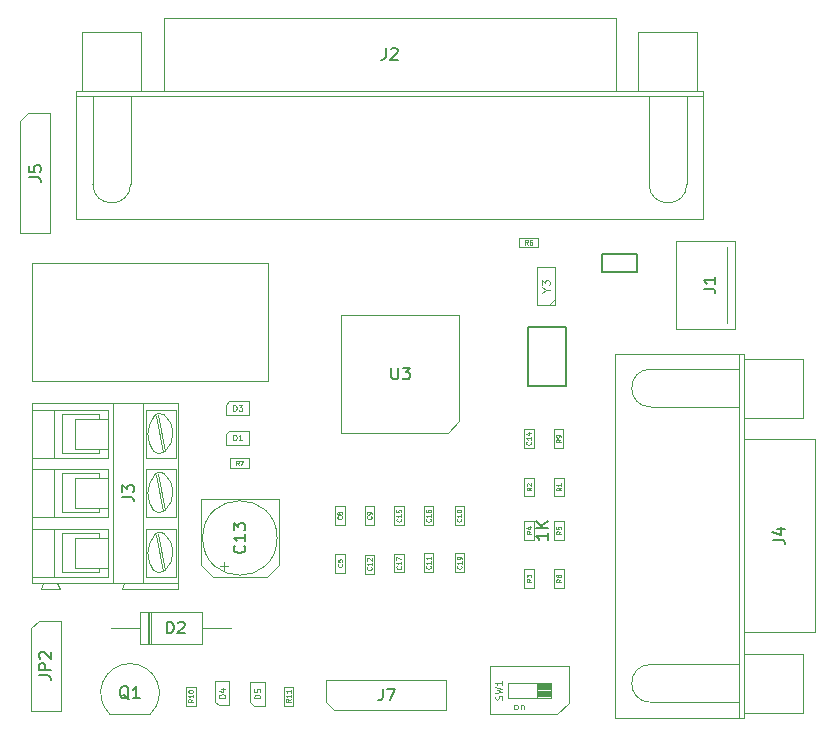
<source format=gbr>
%TF.GenerationSoftware,KiCad,Pcbnew,7.0.1*%
%TF.CreationDate,2023-06-01T09:44:18-03:00*%
%TF.ProjectId,BitBangARM,42697442-616e-4674-9152-4d2e6b696361,rev?*%
%TF.SameCoordinates,Original*%
%TF.FileFunction,AssemblyDrawing,Top*%
%FSLAX46Y46*%
G04 Gerber Fmt 4.6, Leading zero omitted, Abs format (unit mm)*
G04 Created by KiCad (PCBNEW 7.0.1) date 2023-06-01 09:44:18*
%MOMM*%
%LPD*%
G01*
G04 APERTURE LIST*
%ADD10C,0.150000*%
%ADD11C,0.060000*%
%ADD12C,0.080000*%
%ADD13C,0.090000*%
%ADD14C,0.105000*%
%ADD15C,0.100000*%
%ADD16C,0.127000*%
G04 APERTURE END LIST*
D10*
%TO.C,J7*%
X151343166Y-126126719D02*
X151343166Y-126841004D01*
X151343166Y-126841004D02*
X151295547Y-126983861D01*
X151295547Y-126983861D02*
X151200309Y-127079100D01*
X151200309Y-127079100D02*
X151057452Y-127126719D01*
X151057452Y-127126719D02*
X150962214Y-127126719D01*
X151724119Y-126126719D02*
X152390785Y-126126719D01*
X152390785Y-126126719D02*
X151962214Y-127126719D01*
D11*
%TO.C,R11*%
X143571547Y-127021242D02*
X143381071Y-127154575D01*
X143571547Y-127249813D02*
X143171547Y-127249813D01*
X143171547Y-127249813D02*
X143171547Y-127097432D01*
X143171547Y-127097432D02*
X143190595Y-127059337D01*
X143190595Y-127059337D02*
X143209642Y-127040290D01*
X143209642Y-127040290D02*
X143247738Y-127021242D01*
X143247738Y-127021242D02*
X143304880Y-127021242D01*
X143304880Y-127021242D02*
X143342976Y-127040290D01*
X143342976Y-127040290D02*
X143362023Y-127059337D01*
X143362023Y-127059337D02*
X143381071Y-127097432D01*
X143381071Y-127097432D02*
X143381071Y-127249813D01*
X143571547Y-126640290D02*
X143571547Y-126868861D01*
X143571547Y-126754575D02*
X143171547Y-126754575D01*
X143171547Y-126754575D02*
X143228690Y-126792671D01*
X143228690Y-126792671D02*
X143266785Y-126830766D01*
X143266785Y-126830766D02*
X143285833Y-126868861D01*
X143571547Y-126259338D02*
X143571547Y-126487909D01*
X143571547Y-126373623D02*
X143171547Y-126373623D01*
X143171547Y-126373623D02*
X143228690Y-126411719D01*
X143228690Y-126411719D02*
X143266785Y-126449814D01*
X143266785Y-126449814D02*
X143285833Y-126487909D01*
%TO.C,R10*%
X135296547Y-127021242D02*
X135106071Y-127154575D01*
X135296547Y-127249813D02*
X134896547Y-127249813D01*
X134896547Y-127249813D02*
X134896547Y-127097432D01*
X134896547Y-127097432D02*
X134915595Y-127059337D01*
X134915595Y-127059337D02*
X134934642Y-127040290D01*
X134934642Y-127040290D02*
X134972738Y-127021242D01*
X134972738Y-127021242D02*
X135029880Y-127021242D01*
X135029880Y-127021242D02*
X135067976Y-127040290D01*
X135067976Y-127040290D02*
X135087023Y-127059337D01*
X135087023Y-127059337D02*
X135106071Y-127097432D01*
X135106071Y-127097432D02*
X135106071Y-127249813D01*
X135296547Y-126640290D02*
X135296547Y-126868861D01*
X135296547Y-126754575D02*
X134896547Y-126754575D01*
X134896547Y-126754575D02*
X134953690Y-126792671D01*
X134953690Y-126792671D02*
X134991785Y-126830766D01*
X134991785Y-126830766D02*
X135010833Y-126868861D01*
X134896547Y-126392671D02*
X134896547Y-126354576D01*
X134896547Y-126354576D02*
X134915595Y-126316480D01*
X134915595Y-126316480D02*
X134934642Y-126297433D01*
X134934642Y-126297433D02*
X134972738Y-126278385D01*
X134972738Y-126278385D02*
X135048928Y-126259338D01*
X135048928Y-126259338D02*
X135144166Y-126259338D01*
X135144166Y-126259338D02*
X135220357Y-126278385D01*
X135220357Y-126278385D02*
X135258452Y-126297433D01*
X135258452Y-126297433D02*
X135277500Y-126316480D01*
X135277500Y-126316480D02*
X135296547Y-126354576D01*
X135296547Y-126354576D02*
X135296547Y-126392671D01*
X135296547Y-126392671D02*
X135277500Y-126430766D01*
X135277500Y-126430766D02*
X135258452Y-126449814D01*
X135258452Y-126449814D02*
X135220357Y-126468861D01*
X135220357Y-126468861D02*
X135144166Y-126487909D01*
X135144166Y-126487909D02*
X135048928Y-126487909D01*
X135048928Y-126487909D02*
X134972738Y-126468861D01*
X134972738Y-126468861D02*
X134934642Y-126449814D01*
X134934642Y-126449814D02*
X134915595Y-126430766D01*
X134915595Y-126430766D02*
X134896547Y-126392671D01*
D12*
%TO.C,D5*%
X140992809Y-126933147D02*
X140492809Y-126933147D01*
X140492809Y-126933147D02*
X140492809Y-126814099D01*
X140492809Y-126814099D02*
X140516619Y-126742671D01*
X140516619Y-126742671D02*
X140564238Y-126695052D01*
X140564238Y-126695052D02*
X140611857Y-126671242D01*
X140611857Y-126671242D02*
X140707095Y-126647433D01*
X140707095Y-126647433D02*
X140778523Y-126647433D01*
X140778523Y-126647433D02*
X140873761Y-126671242D01*
X140873761Y-126671242D02*
X140921380Y-126695052D01*
X140921380Y-126695052D02*
X140969000Y-126742671D01*
X140969000Y-126742671D02*
X140992809Y-126814099D01*
X140992809Y-126814099D02*
X140992809Y-126933147D01*
X140492809Y-126195052D02*
X140492809Y-126433147D01*
X140492809Y-126433147D02*
X140730904Y-126456956D01*
X140730904Y-126456956D02*
X140707095Y-126433147D01*
X140707095Y-126433147D02*
X140683285Y-126385528D01*
X140683285Y-126385528D02*
X140683285Y-126266480D01*
X140683285Y-126266480D02*
X140707095Y-126218861D01*
X140707095Y-126218861D02*
X140730904Y-126195052D01*
X140730904Y-126195052D02*
X140778523Y-126171242D01*
X140778523Y-126171242D02*
X140897571Y-126171242D01*
X140897571Y-126171242D02*
X140945190Y-126195052D01*
X140945190Y-126195052D02*
X140969000Y-126218861D01*
X140969000Y-126218861D02*
X140992809Y-126266480D01*
X140992809Y-126266480D02*
X140992809Y-126385528D01*
X140992809Y-126385528D02*
X140969000Y-126433147D01*
X140969000Y-126433147D02*
X140945190Y-126456956D01*
%TO.C,D4*%
X138017809Y-126895647D02*
X137517809Y-126895647D01*
X137517809Y-126895647D02*
X137517809Y-126776599D01*
X137517809Y-126776599D02*
X137541619Y-126705171D01*
X137541619Y-126705171D02*
X137589238Y-126657552D01*
X137589238Y-126657552D02*
X137636857Y-126633742D01*
X137636857Y-126633742D02*
X137732095Y-126609933D01*
X137732095Y-126609933D02*
X137803523Y-126609933D01*
X137803523Y-126609933D02*
X137898761Y-126633742D01*
X137898761Y-126633742D02*
X137946380Y-126657552D01*
X137946380Y-126657552D02*
X137994000Y-126705171D01*
X137994000Y-126705171D02*
X138017809Y-126776599D01*
X138017809Y-126776599D02*
X138017809Y-126895647D01*
X137684476Y-126181361D02*
X138017809Y-126181361D01*
X137494000Y-126300409D02*
X137851142Y-126419456D01*
X137851142Y-126419456D02*
X137851142Y-126109933D01*
D13*
%TO.C,SW1*%
X161455500Y-127064100D02*
X161484071Y-126978386D01*
X161484071Y-126978386D02*
X161484071Y-126835528D01*
X161484071Y-126835528D02*
X161455500Y-126778386D01*
X161455500Y-126778386D02*
X161426928Y-126749814D01*
X161426928Y-126749814D02*
X161369785Y-126721243D01*
X161369785Y-126721243D02*
X161312642Y-126721243D01*
X161312642Y-126721243D02*
X161255500Y-126749814D01*
X161255500Y-126749814D02*
X161226928Y-126778386D01*
X161226928Y-126778386D02*
X161198357Y-126835528D01*
X161198357Y-126835528D02*
X161169785Y-126949814D01*
X161169785Y-126949814D02*
X161141214Y-127006957D01*
X161141214Y-127006957D02*
X161112642Y-127035528D01*
X161112642Y-127035528D02*
X161055500Y-127064100D01*
X161055500Y-127064100D02*
X160998357Y-127064100D01*
X160998357Y-127064100D02*
X160941214Y-127035528D01*
X160941214Y-127035528D02*
X160912642Y-127006957D01*
X160912642Y-127006957D02*
X160884071Y-126949814D01*
X160884071Y-126949814D02*
X160884071Y-126806957D01*
X160884071Y-126806957D02*
X160912642Y-126721243D01*
X160884071Y-126521242D02*
X161484071Y-126378385D01*
X161484071Y-126378385D02*
X161055500Y-126264099D01*
X161055500Y-126264099D02*
X161484071Y-126149814D01*
X161484071Y-126149814D02*
X160884071Y-126006957D01*
X161484071Y-125464100D02*
X161484071Y-125806957D01*
X161484071Y-125635528D02*
X160884071Y-125635528D01*
X160884071Y-125635528D02*
X160969785Y-125692671D01*
X160969785Y-125692671D02*
X161026928Y-125749814D01*
X161026928Y-125749814D02*
X161055500Y-125806957D01*
X162574714Y-127884171D02*
X162517571Y-127855600D01*
X162517571Y-127855600D02*
X162489000Y-127827028D01*
X162489000Y-127827028D02*
X162460428Y-127769885D01*
X162460428Y-127769885D02*
X162460428Y-127598457D01*
X162460428Y-127598457D02*
X162489000Y-127541314D01*
X162489000Y-127541314D02*
X162517571Y-127512742D01*
X162517571Y-127512742D02*
X162574714Y-127484171D01*
X162574714Y-127484171D02*
X162660428Y-127484171D01*
X162660428Y-127484171D02*
X162717571Y-127512742D01*
X162717571Y-127512742D02*
X162746143Y-127541314D01*
X162746143Y-127541314D02*
X162774714Y-127598457D01*
X162774714Y-127598457D02*
X162774714Y-127769885D01*
X162774714Y-127769885D02*
X162746143Y-127827028D01*
X162746143Y-127827028D02*
X162717571Y-127855600D01*
X162717571Y-127855600D02*
X162660428Y-127884171D01*
X162660428Y-127884171D02*
X162574714Y-127884171D01*
X163031857Y-127484171D02*
X163031857Y-127884171D01*
X163031857Y-127541314D02*
X163060428Y-127512742D01*
X163060428Y-127512742D02*
X163117571Y-127484171D01*
X163117571Y-127484171D02*
X163203285Y-127484171D01*
X163203285Y-127484171D02*
X163260428Y-127512742D01*
X163260428Y-127512742D02*
X163289000Y-127569885D01*
X163289000Y-127569885D02*
X163289000Y-127884171D01*
D10*
%TO.C,R5*%
X165319119Y-112953385D02*
X165319119Y-113524813D01*
X165319119Y-113239099D02*
X164319119Y-113239099D01*
X164319119Y-113239099D02*
X164461976Y-113334337D01*
X164461976Y-113334337D02*
X164557214Y-113429575D01*
X164557214Y-113429575D02*
X164604833Y-113524813D01*
X165319119Y-112524813D02*
X164319119Y-112524813D01*
X165319119Y-111953385D02*
X164747690Y-112381956D01*
X164319119Y-111953385D02*
X164890547Y-112524813D01*
D11*
X166471547Y-112805766D02*
X166281071Y-112939099D01*
X166471547Y-113034337D02*
X166071547Y-113034337D01*
X166071547Y-113034337D02*
X166071547Y-112881956D01*
X166071547Y-112881956D02*
X166090595Y-112843861D01*
X166090595Y-112843861D02*
X166109642Y-112824814D01*
X166109642Y-112824814D02*
X166147738Y-112805766D01*
X166147738Y-112805766D02*
X166204880Y-112805766D01*
X166204880Y-112805766D02*
X166242976Y-112824814D01*
X166242976Y-112824814D02*
X166262023Y-112843861D01*
X166262023Y-112843861D02*
X166281071Y-112881956D01*
X166281071Y-112881956D02*
X166281071Y-113034337D01*
X166071547Y-112443861D02*
X166071547Y-112634337D01*
X166071547Y-112634337D02*
X166262023Y-112653385D01*
X166262023Y-112653385D02*
X166242976Y-112634337D01*
X166242976Y-112634337D02*
X166223928Y-112596242D01*
X166223928Y-112596242D02*
X166223928Y-112501004D01*
X166223928Y-112501004D02*
X166242976Y-112462909D01*
X166242976Y-112462909D02*
X166262023Y-112443861D01*
X166262023Y-112443861D02*
X166300119Y-112424814D01*
X166300119Y-112424814D02*
X166395357Y-112424814D01*
X166395357Y-112424814D02*
X166433452Y-112443861D01*
X166433452Y-112443861D02*
X166452500Y-112462909D01*
X166452500Y-112462909D02*
X166471547Y-112501004D01*
X166471547Y-112501004D02*
X166471547Y-112596242D01*
X166471547Y-112596242D02*
X166452500Y-112634337D01*
X166452500Y-112634337D02*
X166433452Y-112653385D01*
%TO.C,C16*%
X155388452Y-111746242D02*
X155407500Y-111765290D01*
X155407500Y-111765290D02*
X155426547Y-111822432D01*
X155426547Y-111822432D02*
X155426547Y-111860528D01*
X155426547Y-111860528D02*
X155407500Y-111917671D01*
X155407500Y-111917671D02*
X155369404Y-111955766D01*
X155369404Y-111955766D02*
X155331309Y-111974813D01*
X155331309Y-111974813D02*
X155255119Y-111993861D01*
X155255119Y-111993861D02*
X155197976Y-111993861D01*
X155197976Y-111993861D02*
X155121785Y-111974813D01*
X155121785Y-111974813D02*
X155083690Y-111955766D01*
X155083690Y-111955766D02*
X155045595Y-111917671D01*
X155045595Y-111917671D02*
X155026547Y-111860528D01*
X155026547Y-111860528D02*
X155026547Y-111822432D01*
X155026547Y-111822432D02*
X155045595Y-111765290D01*
X155045595Y-111765290D02*
X155064642Y-111746242D01*
X155426547Y-111365290D02*
X155426547Y-111593861D01*
X155426547Y-111479575D02*
X155026547Y-111479575D01*
X155026547Y-111479575D02*
X155083690Y-111517671D01*
X155083690Y-111517671D02*
X155121785Y-111555766D01*
X155121785Y-111555766D02*
X155140833Y-111593861D01*
X155026547Y-111022433D02*
X155026547Y-111098623D01*
X155026547Y-111098623D02*
X155045595Y-111136719D01*
X155045595Y-111136719D02*
X155064642Y-111155766D01*
X155064642Y-111155766D02*
X155121785Y-111193861D01*
X155121785Y-111193861D02*
X155197976Y-111212909D01*
X155197976Y-111212909D02*
X155350357Y-111212909D01*
X155350357Y-111212909D02*
X155388452Y-111193861D01*
X155388452Y-111193861D02*
X155407500Y-111174814D01*
X155407500Y-111174814D02*
X155426547Y-111136719D01*
X155426547Y-111136719D02*
X155426547Y-111060528D01*
X155426547Y-111060528D02*
X155407500Y-111022433D01*
X155407500Y-111022433D02*
X155388452Y-111003385D01*
X155388452Y-111003385D02*
X155350357Y-110984338D01*
X155350357Y-110984338D02*
X155255119Y-110984338D01*
X155255119Y-110984338D02*
X155217023Y-111003385D01*
X155217023Y-111003385D02*
X155197976Y-111022433D01*
X155197976Y-111022433D02*
X155178928Y-111060528D01*
X155178928Y-111060528D02*
X155178928Y-111136719D01*
X155178928Y-111136719D02*
X155197976Y-111174814D01*
X155197976Y-111174814D02*
X155217023Y-111193861D01*
X155217023Y-111193861D02*
X155255119Y-111212909D01*
%TO.C,R4*%
X163946547Y-112780766D02*
X163756071Y-112914099D01*
X163946547Y-113009337D02*
X163546547Y-113009337D01*
X163546547Y-113009337D02*
X163546547Y-112856956D01*
X163546547Y-112856956D02*
X163565595Y-112818861D01*
X163565595Y-112818861D02*
X163584642Y-112799814D01*
X163584642Y-112799814D02*
X163622738Y-112780766D01*
X163622738Y-112780766D02*
X163679880Y-112780766D01*
X163679880Y-112780766D02*
X163717976Y-112799814D01*
X163717976Y-112799814D02*
X163737023Y-112818861D01*
X163737023Y-112818861D02*
X163756071Y-112856956D01*
X163756071Y-112856956D02*
X163756071Y-113009337D01*
X163679880Y-112437909D02*
X163946547Y-112437909D01*
X163527500Y-112533147D02*
X163813214Y-112628385D01*
X163813214Y-112628385D02*
X163813214Y-112380766D01*
%TO.C,R9*%
X166439547Y-105028766D02*
X166249071Y-105162099D01*
X166439547Y-105257337D02*
X166039547Y-105257337D01*
X166039547Y-105257337D02*
X166039547Y-105104956D01*
X166039547Y-105104956D02*
X166058595Y-105066861D01*
X166058595Y-105066861D02*
X166077642Y-105047814D01*
X166077642Y-105047814D02*
X166115738Y-105028766D01*
X166115738Y-105028766D02*
X166172880Y-105028766D01*
X166172880Y-105028766D02*
X166210976Y-105047814D01*
X166210976Y-105047814D02*
X166230023Y-105066861D01*
X166230023Y-105066861D02*
X166249071Y-105104956D01*
X166249071Y-105104956D02*
X166249071Y-105257337D01*
X166439547Y-104838290D02*
X166439547Y-104762099D01*
X166439547Y-104762099D02*
X166420500Y-104724004D01*
X166420500Y-104724004D02*
X166401452Y-104704956D01*
X166401452Y-104704956D02*
X166344309Y-104666861D01*
X166344309Y-104666861D02*
X166268119Y-104647814D01*
X166268119Y-104647814D02*
X166115738Y-104647814D01*
X166115738Y-104647814D02*
X166077642Y-104666861D01*
X166077642Y-104666861D02*
X166058595Y-104685909D01*
X166058595Y-104685909D02*
X166039547Y-104724004D01*
X166039547Y-104724004D02*
X166039547Y-104800195D01*
X166039547Y-104800195D02*
X166058595Y-104838290D01*
X166058595Y-104838290D02*
X166077642Y-104857337D01*
X166077642Y-104857337D02*
X166115738Y-104876385D01*
X166115738Y-104876385D02*
X166210976Y-104876385D01*
X166210976Y-104876385D02*
X166249071Y-104857337D01*
X166249071Y-104857337D02*
X166268119Y-104838290D01*
X166268119Y-104838290D02*
X166287166Y-104800195D01*
X166287166Y-104800195D02*
X166287166Y-104724004D01*
X166287166Y-104724004D02*
X166268119Y-104685909D01*
X166268119Y-104685909D02*
X166249071Y-104666861D01*
X166249071Y-104666861D02*
X166210976Y-104647814D01*
%TO.C,R8*%
X166471547Y-116855766D02*
X166281071Y-116989099D01*
X166471547Y-117084337D02*
X166071547Y-117084337D01*
X166071547Y-117084337D02*
X166071547Y-116931956D01*
X166071547Y-116931956D02*
X166090595Y-116893861D01*
X166090595Y-116893861D02*
X166109642Y-116874814D01*
X166109642Y-116874814D02*
X166147738Y-116855766D01*
X166147738Y-116855766D02*
X166204880Y-116855766D01*
X166204880Y-116855766D02*
X166242976Y-116874814D01*
X166242976Y-116874814D02*
X166262023Y-116893861D01*
X166262023Y-116893861D02*
X166281071Y-116931956D01*
X166281071Y-116931956D02*
X166281071Y-117084337D01*
X166242976Y-116627195D02*
X166223928Y-116665290D01*
X166223928Y-116665290D02*
X166204880Y-116684337D01*
X166204880Y-116684337D02*
X166166785Y-116703385D01*
X166166785Y-116703385D02*
X166147738Y-116703385D01*
X166147738Y-116703385D02*
X166109642Y-116684337D01*
X166109642Y-116684337D02*
X166090595Y-116665290D01*
X166090595Y-116665290D02*
X166071547Y-116627195D01*
X166071547Y-116627195D02*
X166071547Y-116551004D01*
X166071547Y-116551004D02*
X166090595Y-116512909D01*
X166090595Y-116512909D02*
X166109642Y-116493861D01*
X166109642Y-116493861D02*
X166147738Y-116474814D01*
X166147738Y-116474814D02*
X166166785Y-116474814D01*
X166166785Y-116474814D02*
X166204880Y-116493861D01*
X166204880Y-116493861D02*
X166223928Y-116512909D01*
X166223928Y-116512909D02*
X166242976Y-116551004D01*
X166242976Y-116551004D02*
X166242976Y-116627195D01*
X166242976Y-116627195D02*
X166262023Y-116665290D01*
X166262023Y-116665290D02*
X166281071Y-116684337D01*
X166281071Y-116684337D02*
X166319166Y-116703385D01*
X166319166Y-116703385D02*
X166395357Y-116703385D01*
X166395357Y-116703385D02*
X166433452Y-116684337D01*
X166433452Y-116684337D02*
X166452500Y-116665290D01*
X166452500Y-116665290D02*
X166471547Y-116627195D01*
X166471547Y-116627195D02*
X166471547Y-116551004D01*
X166471547Y-116551004D02*
X166452500Y-116512909D01*
X166452500Y-116512909D02*
X166433452Y-116493861D01*
X166433452Y-116493861D02*
X166395357Y-116474814D01*
X166395357Y-116474814D02*
X166319166Y-116474814D01*
X166319166Y-116474814D02*
X166281071Y-116493861D01*
X166281071Y-116493861D02*
X166262023Y-116512909D01*
X166262023Y-116512909D02*
X166242976Y-116551004D01*
%TO.C,C10*%
X157988452Y-111746242D02*
X158007500Y-111765290D01*
X158007500Y-111765290D02*
X158026547Y-111822432D01*
X158026547Y-111822432D02*
X158026547Y-111860528D01*
X158026547Y-111860528D02*
X158007500Y-111917671D01*
X158007500Y-111917671D02*
X157969404Y-111955766D01*
X157969404Y-111955766D02*
X157931309Y-111974813D01*
X157931309Y-111974813D02*
X157855119Y-111993861D01*
X157855119Y-111993861D02*
X157797976Y-111993861D01*
X157797976Y-111993861D02*
X157721785Y-111974813D01*
X157721785Y-111974813D02*
X157683690Y-111955766D01*
X157683690Y-111955766D02*
X157645595Y-111917671D01*
X157645595Y-111917671D02*
X157626547Y-111860528D01*
X157626547Y-111860528D02*
X157626547Y-111822432D01*
X157626547Y-111822432D02*
X157645595Y-111765290D01*
X157645595Y-111765290D02*
X157664642Y-111746242D01*
X158026547Y-111365290D02*
X158026547Y-111593861D01*
X158026547Y-111479575D02*
X157626547Y-111479575D01*
X157626547Y-111479575D02*
X157683690Y-111517671D01*
X157683690Y-111517671D02*
X157721785Y-111555766D01*
X157721785Y-111555766D02*
X157740833Y-111593861D01*
X157626547Y-111117671D02*
X157626547Y-111079576D01*
X157626547Y-111079576D02*
X157645595Y-111041480D01*
X157645595Y-111041480D02*
X157664642Y-111022433D01*
X157664642Y-111022433D02*
X157702738Y-111003385D01*
X157702738Y-111003385D02*
X157778928Y-110984338D01*
X157778928Y-110984338D02*
X157874166Y-110984338D01*
X157874166Y-110984338D02*
X157950357Y-111003385D01*
X157950357Y-111003385D02*
X157988452Y-111022433D01*
X157988452Y-111022433D02*
X158007500Y-111041480D01*
X158007500Y-111041480D02*
X158026547Y-111079576D01*
X158026547Y-111079576D02*
X158026547Y-111117671D01*
X158026547Y-111117671D02*
X158007500Y-111155766D01*
X158007500Y-111155766D02*
X157988452Y-111174814D01*
X157988452Y-111174814D02*
X157950357Y-111193861D01*
X157950357Y-111193861D02*
X157874166Y-111212909D01*
X157874166Y-111212909D02*
X157778928Y-111212909D01*
X157778928Y-111212909D02*
X157702738Y-111193861D01*
X157702738Y-111193861D02*
X157664642Y-111174814D01*
X157664642Y-111174814D02*
X157645595Y-111155766D01*
X157645595Y-111155766D02*
X157626547Y-111117671D01*
D10*
%TO.C,J1*%
X178524119Y-92284933D02*
X179238404Y-92284933D01*
X179238404Y-92284933D02*
X179381261Y-92332552D01*
X179381261Y-92332552D02*
X179476500Y-92427790D01*
X179476500Y-92427790D02*
X179524119Y-92570647D01*
X179524119Y-92570647D02*
X179524119Y-92665885D01*
X179524119Y-91284933D02*
X179524119Y-91856361D01*
X179524119Y-91570647D02*
X178524119Y-91570647D01*
X178524119Y-91570647D02*
X178666976Y-91665885D01*
X178666976Y-91665885D02*
X178762214Y-91761123D01*
X178762214Y-91761123D02*
X178809833Y-91856361D01*
%TO.C,J3*%
X129299119Y-109899433D02*
X130013404Y-109899433D01*
X130013404Y-109899433D02*
X130156261Y-109947052D01*
X130156261Y-109947052D02*
X130251500Y-110042290D01*
X130251500Y-110042290D02*
X130299119Y-110185147D01*
X130299119Y-110185147D02*
X130299119Y-110280385D01*
X129299119Y-109518480D02*
X129299119Y-108899433D01*
X129299119Y-108899433D02*
X129680071Y-109232766D01*
X129680071Y-109232766D02*
X129680071Y-109089909D01*
X129680071Y-109089909D02*
X129727690Y-108994671D01*
X129727690Y-108994671D02*
X129775309Y-108947052D01*
X129775309Y-108947052D02*
X129870547Y-108899433D01*
X129870547Y-108899433D02*
X130108642Y-108899433D01*
X130108642Y-108899433D02*
X130203880Y-108947052D01*
X130203880Y-108947052D02*
X130251500Y-108994671D01*
X130251500Y-108994671D02*
X130299119Y-109089909D01*
X130299119Y-109089909D02*
X130299119Y-109375623D01*
X130299119Y-109375623D02*
X130251500Y-109470861D01*
X130251500Y-109470861D02*
X130203880Y-109518480D01*
%TO.C,J5*%
X121424119Y-82827433D02*
X122138404Y-82827433D01*
X122138404Y-82827433D02*
X122281261Y-82875052D01*
X122281261Y-82875052D02*
X122376500Y-82970290D01*
X122376500Y-82970290D02*
X122424119Y-83113147D01*
X122424119Y-83113147D02*
X122424119Y-83208385D01*
X121424119Y-81875052D02*
X121424119Y-82351242D01*
X121424119Y-82351242D02*
X121900309Y-82398861D01*
X121900309Y-82398861D02*
X121852690Y-82351242D01*
X121852690Y-82351242D02*
X121805071Y-82256004D01*
X121805071Y-82256004D02*
X121805071Y-82017909D01*
X121805071Y-82017909D02*
X121852690Y-81922671D01*
X121852690Y-81922671D02*
X121900309Y-81875052D01*
X121900309Y-81875052D02*
X121995547Y-81827433D01*
X121995547Y-81827433D02*
X122233642Y-81827433D01*
X122233642Y-81827433D02*
X122328880Y-81875052D01*
X122328880Y-81875052D02*
X122376500Y-81922671D01*
X122376500Y-81922671D02*
X122424119Y-82017909D01*
X122424119Y-82017909D02*
X122424119Y-82256004D01*
X122424119Y-82256004D02*
X122376500Y-82351242D01*
X122376500Y-82351242D02*
X122328880Y-82398861D01*
D11*
%TO.C,C17*%
X152888452Y-115756242D02*
X152907500Y-115775290D01*
X152907500Y-115775290D02*
X152926547Y-115832432D01*
X152926547Y-115832432D02*
X152926547Y-115870528D01*
X152926547Y-115870528D02*
X152907500Y-115927671D01*
X152907500Y-115927671D02*
X152869404Y-115965766D01*
X152869404Y-115965766D02*
X152831309Y-115984813D01*
X152831309Y-115984813D02*
X152755119Y-116003861D01*
X152755119Y-116003861D02*
X152697976Y-116003861D01*
X152697976Y-116003861D02*
X152621785Y-115984813D01*
X152621785Y-115984813D02*
X152583690Y-115965766D01*
X152583690Y-115965766D02*
X152545595Y-115927671D01*
X152545595Y-115927671D02*
X152526547Y-115870528D01*
X152526547Y-115870528D02*
X152526547Y-115832432D01*
X152526547Y-115832432D02*
X152545595Y-115775290D01*
X152545595Y-115775290D02*
X152564642Y-115756242D01*
X152926547Y-115375290D02*
X152926547Y-115603861D01*
X152926547Y-115489575D02*
X152526547Y-115489575D01*
X152526547Y-115489575D02*
X152583690Y-115527671D01*
X152583690Y-115527671D02*
X152621785Y-115565766D01*
X152621785Y-115565766D02*
X152640833Y-115603861D01*
X152526547Y-115241957D02*
X152526547Y-114975290D01*
X152526547Y-114975290D02*
X152926547Y-115146719D01*
D10*
%TO.C,U3*%
X152099595Y-98951719D02*
X152099595Y-99761242D01*
X152099595Y-99761242D02*
X152147214Y-99856480D01*
X152147214Y-99856480D02*
X152194833Y-99904100D01*
X152194833Y-99904100D02*
X152290071Y-99951719D01*
X152290071Y-99951719D02*
X152480547Y-99951719D01*
X152480547Y-99951719D02*
X152575785Y-99904100D01*
X152575785Y-99904100D02*
X152623404Y-99856480D01*
X152623404Y-99856480D02*
X152671023Y-99761242D01*
X152671023Y-99761242D02*
X152671023Y-98951719D01*
X153051976Y-98951719D02*
X153671023Y-98951719D01*
X153671023Y-98951719D02*
X153337690Y-99332671D01*
X153337690Y-99332671D02*
X153480547Y-99332671D01*
X153480547Y-99332671D02*
X153575785Y-99380290D01*
X153575785Y-99380290D02*
X153623404Y-99427909D01*
X153623404Y-99427909D02*
X153671023Y-99523147D01*
X153671023Y-99523147D02*
X153671023Y-99761242D01*
X153671023Y-99761242D02*
X153623404Y-99856480D01*
X153623404Y-99856480D02*
X153575785Y-99904100D01*
X153575785Y-99904100D02*
X153480547Y-99951719D01*
X153480547Y-99951719D02*
X153194833Y-99951719D01*
X153194833Y-99951719D02*
X153099595Y-99904100D01*
X153099595Y-99904100D02*
X153051976Y-99856480D01*
D11*
%TO.C,R7*%
X139169833Y-107224147D02*
X139036500Y-107033671D01*
X138941262Y-107224147D02*
X138941262Y-106824147D01*
X138941262Y-106824147D02*
X139093643Y-106824147D01*
X139093643Y-106824147D02*
X139131738Y-106843195D01*
X139131738Y-106843195D02*
X139150785Y-106862242D01*
X139150785Y-106862242D02*
X139169833Y-106900338D01*
X139169833Y-106900338D02*
X139169833Y-106957480D01*
X139169833Y-106957480D02*
X139150785Y-106995576D01*
X139150785Y-106995576D02*
X139131738Y-107014623D01*
X139131738Y-107014623D02*
X139093643Y-107033671D01*
X139093643Y-107033671D02*
X138941262Y-107033671D01*
X139303166Y-106824147D02*
X139569833Y-106824147D01*
X139569833Y-106824147D02*
X139398404Y-107224147D01*
D10*
%TO.C,J4*%
X184389119Y-113517433D02*
X185103404Y-113517433D01*
X185103404Y-113517433D02*
X185246261Y-113565052D01*
X185246261Y-113565052D02*
X185341500Y-113660290D01*
X185341500Y-113660290D02*
X185389119Y-113803147D01*
X185389119Y-113803147D02*
X185389119Y-113898385D01*
X184722452Y-112612671D02*
X185389119Y-112612671D01*
X184341500Y-112850766D02*
X185055785Y-113088861D01*
X185055785Y-113088861D02*
X185055785Y-112469814D01*
D11*
%TO.C,C8*%
X147888452Y-111555766D02*
X147907500Y-111574814D01*
X147907500Y-111574814D02*
X147926547Y-111631956D01*
X147926547Y-111631956D02*
X147926547Y-111670052D01*
X147926547Y-111670052D02*
X147907500Y-111727195D01*
X147907500Y-111727195D02*
X147869404Y-111765290D01*
X147869404Y-111765290D02*
X147831309Y-111784337D01*
X147831309Y-111784337D02*
X147755119Y-111803385D01*
X147755119Y-111803385D02*
X147697976Y-111803385D01*
X147697976Y-111803385D02*
X147621785Y-111784337D01*
X147621785Y-111784337D02*
X147583690Y-111765290D01*
X147583690Y-111765290D02*
X147545595Y-111727195D01*
X147545595Y-111727195D02*
X147526547Y-111670052D01*
X147526547Y-111670052D02*
X147526547Y-111631956D01*
X147526547Y-111631956D02*
X147545595Y-111574814D01*
X147545595Y-111574814D02*
X147564642Y-111555766D01*
X147697976Y-111327195D02*
X147678928Y-111365290D01*
X147678928Y-111365290D02*
X147659880Y-111384337D01*
X147659880Y-111384337D02*
X147621785Y-111403385D01*
X147621785Y-111403385D02*
X147602738Y-111403385D01*
X147602738Y-111403385D02*
X147564642Y-111384337D01*
X147564642Y-111384337D02*
X147545595Y-111365290D01*
X147545595Y-111365290D02*
X147526547Y-111327195D01*
X147526547Y-111327195D02*
X147526547Y-111251004D01*
X147526547Y-111251004D02*
X147545595Y-111212909D01*
X147545595Y-111212909D02*
X147564642Y-111193861D01*
X147564642Y-111193861D02*
X147602738Y-111174814D01*
X147602738Y-111174814D02*
X147621785Y-111174814D01*
X147621785Y-111174814D02*
X147659880Y-111193861D01*
X147659880Y-111193861D02*
X147678928Y-111212909D01*
X147678928Y-111212909D02*
X147697976Y-111251004D01*
X147697976Y-111251004D02*
X147697976Y-111327195D01*
X147697976Y-111327195D02*
X147717023Y-111365290D01*
X147717023Y-111365290D02*
X147736071Y-111384337D01*
X147736071Y-111384337D02*
X147774166Y-111403385D01*
X147774166Y-111403385D02*
X147850357Y-111403385D01*
X147850357Y-111403385D02*
X147888452Y-111384337D01*
X147888452Y-111384337D02*
X147907500Y-111365290D01*
X147907500Y-111365290D02*
X147926547Y-111327195D01*
X147926547Y-111327195D02*
X147926547Y-111251004D01*
X147926547Y-111251004D02*
X147907500Y-111212909D01*
X147907500Y-111212909D02*
X147888452Y-111193861D01*
X147888452Y-111193861D02*
X147850357Y-111174814D01*
X147850357Y-111174814D02*
X147774166Y-111174814D01*
X147774166Y-111174814D02*
X147736071Y-111193861D01*
X147736071Y-111193861D02*
X147717023Y-111212909D01*
X147717023Y-111212909D02*
X147697976Y-111251004D01*
%TO.C,C5*%
X147908452Y-115580766D02*
X147927500Y-115599814D01*
X147927500Y-115599814D02*
X147946547Y-115656956D01*
X147946547Y-115656956D02*
X147946547Y-115695052D01*
X147946547Y-115695052D02*
X147927500Y-115752195D01*
X147927500Y-115752195D02*
X147889404Y-115790290D01*
X147889404Y-115790290D02*
X147851309Y-115809337D01*
X147851309Y-115809337D02*
X147775119Y-115828385D01*
X147775119Y-115828385D02*
X147717976Y-115828385D01*
X147717976Y-115828385D02*
X147641785Y-115809337D01*
X147641785Y-115809337D02*
X147603690Y-115790290D01*
X147603690Y-115790290D02*
X147565595Y-115752195D01*
X147565595Y-115752195D02*
X147546547Y-115695052D01*
X147546547Y-115695052D02*
X147546547Y-115656956D01*
X147546547Y-115656956D02*
X147565595Y-115599814D01*
X147565595Y-115599814D02*
X147584642Y-115580766D01*
X147546547Y-115218861D02*
X147546547Y-115409337D01*
X147546547Y-115409337D02*
X147737023Y-115428385D01*
X147737023Y-115428385D02*
X147717976Y-115409337D01*
X147717976Y-115409337D02*
X147698928Y-115371242D01*
X147698928Y-115371242D02*
X147698928Y-115276004D01*
X147698928Y-115276004D02*
X147717976Y-115237909D01*
X147717976Y-115237909D02*
X147737023Y-115218861D01*
X147737023Y-115218861D02*
X147775119Y-115199814D01*
X147775119Y-115199814D02*
X147870357Y-115199814D01*
X147870357Y-115199814D02*
X147908452Y-115218861D01*
X147908452Y-115218861D02*
X147927500Y-115237909D01*
X147927500Y-115237909D02*
X147946547Y-115276004D01*
X147946547Y-115276004D02*
X147946547Y-115371242D01*
X147946547Y-115371242D02*
X147927500Y-115409337D01*
X147927500Y-115409337D02*
X147908452Y-115428385D01*
%TO.C,R1*%
X166464547Y-109128766D02*
X166274071Y-109262099D01*
X166464547Y-109357337D02*
X166064547Y-109357337D01*
X166064547Y-109357337D02*
X166064547Y-109204956D01*
X166064547Y-109204956D02*
X166083595Y-109166861D01*
X166083595Y-109166861D02*
X166102642Y-109147814D01*
X166102642Y-109147814D02*
X166140738Y-109128766D01*
X166140738Y-109128766D02*
X166197880Y-109128766D01*
X166197880Y-109128766D02*
X166235976Y-109147814D01*
X166235976Y-109147814D02*
X166255023Y-109166861D01*
X166255023Y-109166861D02*
X166274071Y-109204956D01*
X166274071Y-109204956D02*
X166274071Y-109357337D01*
X166464547Y-108747814D02*
X166464547Y-108976385D01*
X166464547Y-108862099D02*
X166064547Y-108862099D01*
X166064547Y-108862099D02*
X166121690Y-108900195D01*
X166121690Y-108900195D02*
X166159785Y-108938290D01*
X166159785Y-108938290D02*
X166178833Y-108976385D01*
D12*
%TO.C,D3*%
X138699952Y-102620409D02*
X138699952Y-102120409D01*
X138699952Y-102120409D02*
X138819000Y-102120409D01*
X138819000Y-102120409D02*
X138890428Y-102144219D01*
X138890428Y-102144219D02*
X138938047Y-102191838D01*
X138938047Y-102191838D02*
X138961857Y-102239457D01*
X138961857Y-102239457D02*
X138985666Y-102334695D01*
X138985666Y-102334695D02*
X138985666Y-102406123D01*
X138985666Y-102406123D02*
X138961857Y-102501361D01*
X138961857Y-102501361D02*
X138938047Y-102548980D01*
X138938047Y-102548980D02*
X138890428Y-102596600D01*
X138890428Y-102596600D02*
X138819000Y-102620409D01*
X138819000Y-102620409D02*
X138699952Y-102620409D01*
X139152333Y-102120409D02*
X139461857Y-102120409D01*
X139461857Y-102120409D02*
X139295190Y-102310885D01*
X139295190Y-102310885D02*
X139366619Y-102310885D01*
X139366619Y-102310885D02*
X139414238Y-102334695D01*
X139414238Y-102334695D02*
X139438047Y-102358504D01*
X139438047Y-102358504D02*
X139461857Y-102406123D01*
X139461857Y-102406123D02*
X139461857Y-102525171D01*
X139461857Y-102525171D02*
X139438047Y-102572790D01*
X139438047Y-102572790D02*
X139414238Y-102596600D01*
X139414238Y-102596600D02*
X139366619Y-102620409D01*
X139366619Y-102620409D02*
X139223762Y-102620409D01*
X139223762Y-102620409D02*
X139176143Y-102596600D01*
X139176143Y-102596600D02*
X139152333Y-102572790D01*
D10*
%TO.C,Q1*%
X129871261Y-127046957D02*
X129776023Y-126999338D01*
X129776023Y-126999338D02*
X129680785Y-126904100D01*
X129680785Y-126904100D02*
X129537928Y-126761242D01*
X129537928Y-126761242D02*
X129442690Y-126713623D01*
X129442690Y-126713623D02*
X129347452Y-126713623D01*
X129395071Y-126951719D02*
X129299833Y-126904100D01*
X129299833Y-126904100D02*
X129204595Y-126808861D01*
X129204595Y-126808861D02*
X129156976Y-126618385D01*
X129156976Y-126618385D02*
X129156976Y-126285052D01*
X129156976Y-126285052D02*
X129204595Y-126094576D01*
X129204595Y-126094576D02*
X129299833Y-125999338D01*
X129299833Y-125999338D02*
X129395071Y-125951719D01*
X129395071Y-125951719D02*
X129585547Y-125951719D01*
X129585547Y-125951719D02*
X129680785Y-125999338D01*
X129680785Y-125999338D02*
X129776023Y-126094576D01*
X129776023Y-126094576D02*
X129823642Y-126285052D01*
X129823642Y-126285052D02*
X129823642Y-126618385D01*
X129823642Y-126618385D02*
X129776023Y-126808861D01*
X129776023Y-126808861D02*
X129680785Y-126904100D01*
X129680785Y-126904100D02*
X129585547Y-126951719D01*
X129585547Y-126951719D02*
X129395071Y-126951719D01*
X130776023Y-126951719D02*
X130204595Y-126951719D01*
X130490309Y-126951719D02*
X130490309Y-125951719D01*
X130490309Y-125951719D02*
X130395071Y-126094576D01*
X130395071Y-126094576D02*
X130299833Y-126189814D01*
X130299833Y-126189814D02*
X130204595Y-126237433D01*
D11*
%TO.C,C9*%
X150388452Y-111555766D02*
X150407500Y-111574814D01*
X150407500Y-111574814D02*
X150426547Y-111631956D01*
X150426547Y-111631956D02*
X150426547Y-111670052D01*
X150426547Y-111670052D02*
X150407500Y-111727195D01*
X150407500Y-111727195D02*
X150369404Y-111765290D01*
X150369404Y-111765290D02*
X150331309Y-111784337D01*
X150331309Y-111784337D02*
X150255119Y-111803385D01*
X150255119Y-111803385D02*
X150197976Y-111803385D01*
X150197976Y-111803385D02*
X150121785Y-111784337D01*
X150121785Y-111784337D02*
X150083690Y-111765290D01*
X150083690Y-111765290D02*
X150045595Y-111727195D01*
X150045595Y-111727195D02*
X150026547Y-111670052D01*
X150026547Y-111670052D02*
X150026547Y-111631956D01*
X150026547Y-111631956D02*
X150045595Y-111574814D01*
X150045595Y-111574814D02*
X150064642Y-111555766D01*
X150426547Y-111365290D02*
X150426547Y-111289099D01*
X150426547Y-111289099D02*
X150407500Y-111251004D01*
X150407500Y-111251004D02*
X150388452Y-111231956D01*
X150388452Y-111231956D02*
X150331309Y-111193861D01*
X150331309Y-111193861D02*
X150255119Y-111174814D01*
X150255119Y-111174814D02*
X150102738Y-111174814D01*
X150102738Y-111174814D02*
X150064642Y-111193861D01*
X150064642Y-111193861D02*
X150045595Y-111212909D01*
X150045595Y-111212909D02*
X150026547Y-111251004D01*
X150026547Y-111251004D02*
X150026547Y-111327195D01*
X150026547Y-111327195D02*
X150045595Y-111365290D01*
X150045595Y-111365290D02*
X150064642Y-111384337D01*
X150064642Y-111384337D02*
X150102738Y-111403385D01*
X150102738Y-111403385D02*
X150197976Y-111403385D01*
X150197976Y-111403385D02*
X150236071Y-111384337D01*
X150236071Y-111384337D02*
X150255119Y-111365290D01*
X150255119Y-111365290D02*
X150274166Y-111327195D01*
X150274166Y-111327195D02*
X150274166Y-111251004D01*
X150274166Y-111251004D02*
X150255119Y-111212909D01*
X150255119Y-111212909D02*
X150236071Y-111193861D01*
X150236071Y-111193861D02*
X150197976Y-111174814D01*
%TO.C,C19*%
X158008452Y-115721242D02*
X158027500Y-115740290D01*
X158027500Y-115740290D02*
X158046547Y-115797432D01*
X158046547Y-115797432D02*
X158046547Y-115835528D01*
X158046547Y-115835528D02*
X158027500Y-115892671D01*
X158027500Y-115892671D02*
X157989404Y-115930766D01*
X157989404Y-115930766D02*
X157951309Y-115949813D01*
X157951309Y-115949813D02*
X157875119Y-115968861D01*
X157875119Y-115968861D02*
X157817976Y-115968861D01*
X157817976Y-115968861D02*
X157741785Y-115949813D01*
X157741785Y-115949813D02*
X157703690Y-115930766D01*
X157703690Y-115930766D02*
X157665595Y-115892671D01*
X157665595Y-115892671D02*
X157646547Y-115835528D01*
X157646547Y-115835528D02*
X157646547Y-115797432D01*
X157646547Y-115797432D02*
X157665595Y-115740290D01*
X157665595Y-115740290D02*
X157684642Y-115721242D01*
X158046547Y-115340290D02*
X158046547Y-115568861D01*
X158046547Y-115454575D02*
X157646547Y-115454575D01*
X157646547Y-115454575D02*
X157703690Y-115492671D01*
X157703690Y-115492671D02*
X157741785Y-115530766D01*
X157741785Y-115530766D02*
X157760833Y-115568861D01*
X158046547Y-115149814D02*
X158046547Y-115073623D01*
X158046547Y-115073623D02*
X158027500Y-115035528D01*
X158027500Y-115035528D02*
X158008452Y-115016480D01*
X158008452Y-115016480D02*
X157951309Y-114978385D01*
X157951309Y-114978385D02*
X157875119Y-114959338D01*
X157875119Y-114959338D02*
X157722738Y-114959338D01*
X157722738Y-114959338D02*
X157684642Y-114978385D01*
X157684642Y-114978385D02*
X157665595Y-114997433D01*
X157665595Y-114997433D02*
X157646547Y-115035528D01*
X157646547Y-115035528D02*
X157646547Y-115111719D01*
X157646547Y-115111719D02*
X157665595Y-115149814D01*
X157665595Y-115149814D02*
X157684642Y-115168861D01*
X157684642Y-115168861D02*
X157722738Y-115187909D01*
X157722738Y-115187909D02*
X157817976Y-115187909D01*
X157817976Y-115187909D02*
X157856071Y-115168861D01*
X157856071Y-115168861D02*
X157875119Y-115149814D01*
X157875119Y-115149814D02*
X157894166Y-115111719D01*
X157894166Y-115111719D02*
X157894166Y-115035528D01*
X157894166Y-115035528D02*
X157875119Y-114997433D01*
X157875119Y-114997433D02*
X157856071Y-114978385D01*
X157856071Y-114978385D02*
X157817976Y-114959338D01*
%TO.C,R2*%
X163954547Y-109128766D02*
X163764071Y-109262099D01*
X163954547Y-109357337D02*
X163554547Y-109357337D01*
X163554547Y-109357337D02*
X163554547Y-109204956D01*
X163554547Y-109204956D02*
X163573595Y-109166861D01*
X163573595Y-109166861D02*
X163592642Y-109147814D01*
X163592642Y-109147814D02*
X163630738Y-109128766D01*
X163630738Y-109128766D02*
X163687880Y-109128766D01*
X163687880Y-109128766D02*
X163725976Y-109147814D01*
X163725976Y-109147814D02*
X163745023Y-109166861D01*
X163745023Y-109166861D02*
X163764071Y-109204956D01*
X163764071Y-109204956D02*
X163764071Y-109357337D01*
X163592642Y-108976385D02*
X163573595Y-108957337D01*
X163573595Y-108957337D02*
X163554547Y-108919242D01*
X163554547Y-108919242D02*
X163554547Y-108824004D01*
X163554547Y-108824004D02*
X163573595Y-108785909D01*
X163573595Y-108785909D02*
X163592642Y-108766861D01*
X163592642Y-108766861D02*
X163630738Y-108747814D01*
X163630738Y-108747814D02*
X163668833Y-108747814D01*
X163668833Y-108747814D02*
X163725976Y-108766861D01*
X163725976Y-108766861D02*
X163954547Y-108995433D01*
X163954547Y-108995433D02*
X163954547Y-108747814D01*
D12*
%TO.C,D1*%
X138699952Y-105120409D02*
X138699952Y-104620409D01*
X138699952Y-104620409D02*
X138819000Y-104620409D01*
X138819000Y-104620409D02*
X138890428Y-104644219D01*
X138890428Y-104644219D02*
X138938047Y-104691838D01*
X138938047Y-104691838D02*
X138961857Y-104739457D01*
X138961857Y-104739457D02*
X138985666Y-104834695D01*
X138985666Y-104834695D02*
X138985666Y-104906123D01*
X138985666Y-104906123D02*
X138961857Y-105001361D01*
X138961857Y-105001361D02*
X138938047Y-105048980D01*
X138938047Y-105048980D02*
X138890428Y-105096600D01*
X138890428Y-105096600D02*
X138819000Y-105120409D01*
X138819000Y-105120409D02*
X138699952Y-105120409D01*
X139461857Y-105120409D02*
X139176143Y-105120409D01*
X139319000Y-105120409D02*
X139319000Y-104620409D01*
X139319000Y-104620409D02*
X139271381Y-104691838D01*
X139271381Y-104691838D02*
X139223762Y-104739457D01*
X139223762Y-104739457D02*
X139176143Y-104763266D01*
D10*
%TO.C,D2*%
X133076405Y-121458719D02*
X133076405Y-120458719D01*
X133076405Y-120458719D02*
X133314500Y-120458719D01*
X133314500Y-120458719D02*
X133457357Y-120506338D01*
X133457357Y-120506338D02*
X133552595Y-120601576D01*
X133552595Y-120601576D02*
X133600214Y-120696814D01*
X133600214Y-120696814D02*
X133647833Y-120887290D01*
X133647833Y-120887290D02*
X133647833Y-121030147D01*
X133647833Y-121030147D02*
X133600214Y-121220623D01*
X133600214Y-121220623D02*
X133552595Y-121315861D01*
X133552595Y-121315861D02*
X133457357Y-121411100D01*
X133457357Y-121411100D02*
X133314500Y-121458719D01*
X133314500Y-121458719D02*
X133076405Y-121458719D01*
X134028786Y-120553957D02*
X134076405Y-120506338D01*
X134076405Y-120506338D02*
X134171643Y-120458719D01*
X134171643Y-120458719D02*
X134409738Y-120458719D01*
X134409738Y-120458719D02*
X134504976Y-120506338D01*
X134504976Y-120506338D02*
X134552595Y-120553957D01*
X134552595Y-120553957D02*
X134600214Y-120649195D01*
X134600214Y-120649195D02*
X134600214Y-120744433D01*
X134600214Y-120744433D02*
X134552595Y-120887290D01*
X134552595Y-120887290D02*
X133981167Y-121458719D01*
X133981167Y-121458719D02*
X134600214Y-121458719D01*
D11*
%TO.C,C14*%
X163876452Y-105219242D02*
X163895500Y-105238290D01*
X163895500Y-105238290D02*
X163914547Y-105295432D01*
X163914547Y-105295432D02*
X163914547Y-105333528D01*
X163914547Y-105333528D02*
X163895500Y-105390671D01*
X163895500Y-105390671D02*
X163857404Y-105428766D01*
X163857404Y-105428766D02*
X163819309Y-105447813D01*
X163819309Y-105447813D02*
X163743119Y-105466861D01*
X163743119Y-105466861D02*
X163685976Y-105466861D01*
X163685976Y-105466861D02*
X163609785Y-105447813D01*
X163609785Y-105447813D02*
X163571690Y-105428766D01*
X163571690Y-105428766D02*
X163533595Y-105390671D01*
X163533595Y-105390671D02*
X163514547Y-105333528D01*
X163514547Y-105333528D02*
X163514547Y-105295432D01*
X163514547Y-105295432D02*
X163533595Y-105238290D01*
X163533595Y-105238290D02*
X163552642Y-105219242D01*
X163914547Y-104838290D02*
X163914547Y-105066861D01*
X163914547Y-104952575D02*
X163514547Y-104952575D01*
X163514547Y-104952575D02*
X163571690Y-104990671D01*
X163571690Y-104990671D02*
X163609785Y-105028766D01*
X163609785Y-105028766D02*
X163628833Y-105066861D01*
X163647880Y-104495433D02*
X163914547Y-104495433D01*
X163495500Y-104590671D02*
X163781214Y-104685909D01*
X163781214Y-104685909D02*
X163781214Y-104438290D01*
%TO.C,C11*%
X155388452Y-115721242D02*
X155407500Y-115740290D01*
X155407500Y-115740290D02*
X155426547Y-115797432D01*
X155426547Y-115797432D02*
X155426547Y-115835528D01*
X155426547Y-115835528D02*
X155407500Y-115892671D01*
X155407500Y-115892671D02*
X155369404Y-115930766D01*
X155369404Y-115930766D02*
X155331309Y-115949813D01*
X155331309Y-115949813D02*
X155255119Y-115968861D01*
X155255119Y-115968861D02*
X155197976Y-115968861D01*
X155197976Y-115968861D02*
X155121785Y-115949813D01*
X155121785Y-115949813D02*
X155083690Y-115930766D01*
X155083690Y-115930766D02*
X155045595Y-115892671D01*
X155045595Y-115892671D02*
X155026547Y-115835528D01*
X155026547Y-115835528D02*
X155026547Y-115797432D01*
X155026547Y-115797432D02*
X155045595Y-115740290D01*
X155045595Y-115740290D02*
X155064642Y-115721242D01*
X155426547Y-115340290D02*
X155426547Y-115568861D01*
X155426547Y-115454575D02*
X155026547Y-115454575D01*
X155026547Y-115454575D02*
X155083690Y-115492671D01*
X155083690Y-115492671D02*
X155121785Y-115530766D01*
X155121785Y-115530766D02*
X155140833Y-115568861D01*
X155426547Y-114959338D02*
X155426547Y-115187909D01*
X155426547Y-115073623D02*
X155026547Y-115073623D01*
X155026547Y-115073623D02*
X155083690Y-115111719D01*
X155083690Y-115111719D02*
X155121785Y-115149814D01*
X155121785Y-115149814D02*
X155140833Y-115187909D01*
D10*
%TO.C,J2*%
X151628166Y-71901719D02*
X151628166Y-72616004D01*
X151628166Y-72616004D02*
X151580547Y-72758861D01*
X151580547Y-72758861D02*
X151485309Y-72854100D01*
X151485309Y-72854100D02*
X151342452Y-72901719D01*
X151342452Y-72901719D02*
X151247214Y-72901719D01*
X152056738Y-71996957D02*
X152104357Y-71949338D01*
X152104357Y-71949338D02*
X152199595Y-71901719D01*
X152199595Y-71901719D02*
X152437690Y-71901719D01*
X152437690Y-71901719D02*
X152532928Y-71949338D01*
X152532928Y-71949338D02*
X152580547Y-71996957D01*
X152580547Y-71996957D02*
X152628166Y-72092195D01*
X152628166Y-72092195D02*
X152628166Y-72187433D01*
X152628166Y-72187433D02*
X152580547Y-72330290D01*
X152580547Y-72330290D02*
X152009119Y-72901719D01*
X152009119Y-72901719D02*
X152628166Y-72901719D01*
D11*
%TO.C,R6*%
X163644833Y-88549147D02*
X163511500Y-88358671D01*
X163416262Y-88549147D02*
X163416262Y-88149147D01*
X163416262Y-88149147D02*
X163568643Y-88149147D01*
X163568643Y-88149147D02*
X163606738Y-88168195D01*
X163606738Y-88168195D02*
X163625785Y-88187242D01*
X163625785Y-88187242D02*
X163644833Y-88225338D01*
X163644833Y-88225338D02*
X163644833Y-88282480D01*
X163644833Y-88282480D02*
X163625785Y-88320576D01*
X163625785Y-88320576D02*
X163606738Y-88339623D01*
X163606738Y-88339623D02*
X163568643Y-88358671D01*
X163568643Y-88358671D02*
X163416262Y-88358671D01*
X163987690Y-88149147D02*
X163911500Y-88149147D01*
X163911500Y-88149147D02*
X163873404Y-88168195D01*
X163873404Y-88168195D02*
X163854357Y-88187242D01*
X163854357Y-88187242D02*
X163816262Y-88244385D01*
X163816262Y-88244385D02*
X163797214Y-88320576D01*
X163797214Y-88320576D02*
X163797214Y-88472957D01*
X163797214Y-88472957D02*
X163816262Y-88511052D01*
X163816262Y-88511052D02*
X163835309Y-88530100D01*
X163835309Y-88530100D02*
X163873404Y-88549147D01*
X163873404Y-88549147D02*
X163949595Y-88549147D01*
X163949595Y-88549147D02*
X163987690Y-88530100D01*
X163987690Y-88530100D02*
X164006738Y-88511052D01*
X164006738Y-88511052D02*
X164025785Y-88472957D01*
X164025785Y-88472957D02*
X164025785Y-88377719D01*
X164025785Y-88377719D02*
X164006738Y-88339623D01*
X164006738Y-88339623D02*
X163987690Y-88320576D01*
X163987690Y-88320576D02*
X163949595Y-88301528D01*
X163949595Y-88301528D02*
X163873404Y-88301528D01*
X163873404Y-88301528D02*
X163835309Y-88320576D01*
X163835309Y-88320576D02*
X163816262Y-88339623D01*
X163816262Y-88339623D02*
X163797214Y-88377719D01*
%TO.C,C12*%
X150383452Y-115853242D02*
X150402500Y-115872290D01*
X150402500Y-115872290D02*
X150421547Y-115929432D01*
X150421547Y-115929432D02*
X150421547Y-115967528D01*
X150421547Y-115967528D02*
X150402500Y-116024671D01*
X150402500Y-116024671D02*
X150364404Y-116062766D01*
X150364404Y-116062766D02*
X150326309Y-116081813D01*
X150326309Y-116081813D02*
X150250119Y-116100861D01*
X150250119Y-116100861D02*
X150192976Y-116100861D01*
X150192976Y-116100861D02*
X150116785Y-116081813D01*
X150116785Y-116081813D02*
X150078690Y-116062766D01*
X150078690Y-116062766D02*
X150040595Y-116024671D01*
X150040595Y-116024671D02*
X150021547Y-115967528D01*
X150021547Y-115967528D02*
X150021547Y-115929432D01*
X150021547Y-115929432D02*
X150040595Y-115872290D01*
X150040595Y-115872290D02*
X150059642Y-115853242D01*
X150421547Y-115472290D02*
X150421547Y-115700861D01*
X150421547Y-115586575D02*
X150021547Y-115586575D01*
X150021547Y-115586575D02*
X150078690Y-115624671D01*
X150078690Y-115624671D02*
X150116785Y-115662766D01*
X150116785Y-115662766D02*
X150135833Y-115700861D01*
X150059642Y-115319909D02*
X150040595Y-115300861D01*
X150040595Y-115300861D02*
X150021547Y-115262766D01*
X150021547Y-115262766D02*
X150021547Y-115167528D01*
X150021547Y-115167528D02*
X150040595Y-115129433D01*
X150040595Y-115129433D02*
X150059642Y-115110385D01*
X150059642Y-115110385D02*
X150097738Y-115091338D01*
X150097738Y-115091338D02*
X150135833Y-115091338D01*
X150135833Y-115091338D02*
X150192976Y-115110385D01*
X150192976Y-115110385D02*
X150421547Y-115338957D01*
X150421547Y-115338957D02*
X150421547Y-115091338D01*
D10*
%TO.C,C13*%
X139633880Y-114018957D02*
X139681500Y-114066576D01*
X139681500Y-114066576D02*
X139729119Y-114209433D01*
X139729119Y-114209433D02*
X139729119Y-114304671D01*
X139729119Y-114304671D02*
X139681500Y-114447528D01*
X139681500Y-114447528D02*
X139586261Y-114542766D01*
X139586261Y-114542766D02*
X139491023Y-114590385D01*
X139491023Y-114590385D02*
X139300547Y-114638004D01*
X139300547Y-114638004D02*
X139157690Y-114638004D01*
X139157690Y-114638004D02*
X138967214Y-114590385D01*
X138967214Y-114590385D02*
X138871976Y-114542766D01*
X138871976Y-114542766D02*
X138776738Y-114447528D01*
X138776738Y-114447528D02*
X138729119Y-114304671D01*
X138729119Y-114304671D02*
X138729119Y-114209433D01*
X138729119Y-114209433D02*
X138776738Y-114066576D01*
X138776738Y-114066576D02*
X138824357Y-114018957D01*
X139729119Y-113066576D02*
X139729119Y-113638004D01*
X139729119Y-113352290D02*
X138729119Y-113352290D01*
X138729119Y-113352290D02*
X138871976Y-113447528D01*
X138871976Y-113447528D02*
X138967214Y-113542766D01*
X138967214Y-113542766D02*
X139014833Y-113638004D01*
X138729119Y-112733242D02*
X138729119Y-112114195D01*
X138729119Y-112114195D02*
X139110071Y-112447528D01*
X139110071Y-112447528D02*
X139110071Y-112304671D01*
X139110071Y-112304671D02*
X139157690Y-112209433D01*
X139157690Y-112209433D02*
X139205309Y-112161814D01*
X139205309Y-112161814D02*
X139300547Y-112114195D01*
X139300547Y-112114195D02*
X139538642Y-112114195D01*
X139538642Y-112114195D02*
X139633880Y-112161814D01*
X139633880Y-112161814D02*
X139681500Y-112209433D01*
X139681500Y-112209433D02*
X139729119Y-112304671D01*
X139729119Y-112304671D02*
X139729119Y-112590385D01*
X139729119Y-112590385D02*
X139681500Y-112685623D01*
X139681500Y-112685623D02*
X139633880Y-112733242D01*
D14*
%TO.C,Y3*%
X165177000Y-92397433D02*
X165510333Y-92397433D01*
X164810333Y-92630766D02*
X165177000Y-92397433D01*
X165177000Y-92397433D02*
X164810333Y-92164099D01*
X164810333Y-91997433D02*
X164810333Y-91564099D01*
X164810333Y-91564099D02*
X165077000Y-91797433D01*
X165077000Y-91797433D02*
X165077000Y-91697433D01*
X165077000Y-91697433D02*
X165110333Y-91630766D01*
X165110333Y-91630766D02*
X165143666Y-91597433D01*
X165143666Y-91597433D02*
X165210333Y-91564099D01*
X165210333Y-91564099D02*
X165377000Y-91564099D01*
X165377000Y-91564099D02*
X165443666Y-91597433D01*
X165443666Y-91597433D02*
X165477000Y-91630766D01*
X165477000Y-91630766D02*
X165510333Y-91697433D01*
X165510333Y-91697433D02*
X165510333Y-91897433D01*
X165510333Y-91897433D02*
X165477000Y-91964099D01*
X165477000Y-91964099D02*
X165443666Y-91997433D01*
D11*
%TO.C,C15*%
X152888452Y-111746242D02*
X152907500Y-111765290D01*
X152907500Y-111765290D02*
X152926547Y-111822432D01*
X152926547Y-111822432D02*
X152926547Y-111860528D01*
X152926547Y-111860528D02*
X152907500Y-111917671D01*
X152907500Y-111917671D02*
X152869404Y-111955766D01*
X152869404Y-111955766D02*
X152831309Y-111974813D01*
X152831309Y-111974813D02*
X152755119Y-111993861D01*
X152755119Y-111993861D02*
X152697976Y-111993861D01*
X152697976Y-111993861D02*
X152621785Y-111974813D01*
X152621785Y-111974813D02*
X152583690Y-111955766D01*
X152583690Y-111955766D02*
X152545595Y-111917671D01*
X152545595Y-111917671D02*
X152526547Y-111860528D01*
X152526547Y-111860528D02*
X152526547Y-111822432D01*
X152526547Y-111822432D02*
X152545595Y-111765290D01*
X152545595Y-111765290D02*
X152564642Y-111746242D01*
X152926547Y-111365290D02*
X152926547Y-111593861D01*
X152926547Y-111479575D02*
X152526547Y-111479575D01*
X152526547Y-111479575D02*
X152583690Y-111517671D01*
X152583690Y-111517671D02*
X152621785Y-111555766D01*
X152621785Y-111555766D02*
X152640833Y-111593861D01*
X152526547Y-111003385D02*
X152526547Y-111193861D01*
X152526547Y-111193861D02*
X152717023Y-111212909D01*
X152717023Y-111212909D02*
X152697976Y-111193861D01*
X152697976Y-111193861D02*
X152678928Y-111155766D01*
X152678928Y-111155766D02*
X152678928Y-111060528D01*
X152678928Y-111060528D02*
X152697976Y-111022433D01*
X152697976Y-111022433D02*
X152717023Y-111003385D01*
X152717023Y-111003385D02*
X152755119Y-110984338D01*
X152755119Y-110984338D02*
X152850357Y-110984338D01*
X152850357Y-110984338D02*
X152888452Y-111003385D01*
X152888452Y-111003385D02*
X152907500Y-111022433D01*
X152907500Y-111022433D02*
X152926547Y-111060528D01*
X152926547Y-111060528D02*
X152926547Y-111155766D01*
X152926547Y-111155766D02*
X152907500Y-111193861D01*
X152907500Y-111193861D02*
X152888452Y-111212909D01*
D10*
%TO.C,JP2*%
X122264119Y-125012433D02*
X122978404Y-125012433D01*
X122978404Y-125012433D02*
X123121261Y-125060052D01*
X123121261Y-125060052D02*
X123216500Y-125155290D01*
X123216500Y-125155290D02*
X123264119Y-125298147D01*
X123264119Y-125298147D02*
X123264119Y-125393385D01*
X123264119Y-124536242D02*
X122264119Y-124536242D01*
X122264119Y-124536242D02*
X122264119Y-124155290D01*
X122264119Y-124155290D02*
X122311738Y-124060052D01*
X122311738Y-124060052D02*
X122359357Y-124012433D01*
X122359357Y-124012433D02*
X122454595Y-123964814D01*
X122454595Y-123964814D02*
X122597452Y-123964814D01*
X122597452Y-123964814D02*
X122692690Y-124012433D01*
X122692690Y-124012433D02*
X122740309Y-124060052D01*
X122740309Y-124060052D02*
X122787928Y-124155290D01*
X122787928Y-124155290D02*
X122787928Y-124536242D01*
X122359357Y-123583861D02*
X122311738Y-123536242D01*
X122311738Y-123536242D02*
X122264119Y-123441004D01*
X122264119Y-123441004D02*
X122264119Y-123202909D01*
X122264119Y-123202909D02*
X122311738Y-123107671D01*
X122311738Y-123107671D02*
X122359357Y-123060052D01*
X122359357Y-123060052D02*
X122454595Y-123012433D01*
X122454595Y-123012433D02*
X122549833Y-123012433D01*
X122549833Y-123012433D02*
X122692690Y-123060052D01*
X122692690Y-123060052D02*
X123264119Y-123631480D01*
X123264119Y-123631480D02*
X123264119Y-123012433D01*
D11*
%TO.C,R3*%
X163946547Y-116855766D02*
X163756071Y-116989099D01*
X163946547Y-117084337D02*
X163546547Y-117084337D01*
X163546547Y-117084337D02*
X163546547Y-116931956D01*
X163546547Y-116931956D02*
X163565595Y-116893861D01*
X163565595Y-116893861D02*
X163584642Y-116874814D01*
X163584642Y-116874814D02*
X163622738Y-116855766D01*
X163622738Y-116855766D02*
X163679880Y-116855766D01*
X163679880Y-116855766D02*
X163717976Y-116874814D01*
X163717976Y-116874814D02*
X163737023Y-116893861D01*
X163737023Y-116893861D02*
X163756071Y-116931956D01*
X163756071Y-116931956D02*
X163756071Y-117084337D01*
X163546547Y-116722433D02*
X163546547Y-116474814D01*
X163546547Y-116474814D02*
X163698928Y-116608147D01*
X163698928Y-116608147D02*
X163698928Y-116551004D01*
X163698928Y-116551004D02*
X163717976Y-116512909D01*
X163717976Y-116512909D02*
X163737023Y-116493861D01*
X163737023Y-116493861D02*
X163775119Y-116474814D01*
X163775119Y-116474814D02*
X163870357Y-116474814D01*
X163870357Y-116474814D02*
X163908452Y-116493861D01*
X163908452Y-116493861D02*
X163927500Y-116512909D01*
X163927500Y-116512909D02*
X163946547Y-116551004D01*
X163946547Y-116551004D02*
X163946547Y-116665290D01*
X163946547Y-116665290D02*
X163927500Y-116703385D01*
X163927500Y-116703385D02*
X163908452Y-116722433D01*
D15*
%TO.C,J7*%
X147231500Y-127934100D02*
X146596500Y-127299100D01*
X156756500Y-127934100D02*
X147231500Y-127934100D01*
X146596500Y-127299100D02*
X146596500Y-125394100D01*
X146596500Y-125394100D02*
X156756500Y-125394100D01*
X156756500Y-125394100D02*
X156756500Y-127934100D01*
%TO.C,R11*%
X142974000Y-125964100D02*
X143799000Y-125964100D01*
X142974000Y-127564100D02*
X142974000Y-125964100D01*
X143799000Y-125964100D02*
X143799000Y-127564100D01*
X143799000Y-127564100D02*
X142974000Y-127564100D01*
%TO.C,R10*%
X134699000Y-125964100D02*
X135524000Y-125964100D01*
X134699000Y-127564100D02*
X134699000Y-125964100D01*
X135524000Y-125964100D02*
X135524000Y-127564100D01*
X135524000Y-127564100D02*
X134699000Y-127564100D01*
%TO.C,D5*%
X141361500Y-127564100D02*
X141361500Y-125564100D01*
X140161500Y-125564100D02*
X140161500Y-127264100D01*
X140161500Y-127264100D02*
X140461500Y-127564100D01*
X140461500Y-127564100D02*
X141361500Y-127564100D01*
X141361500Y-125564100D02*
X140161500Y-125564100D01*
%TO.C,D4*%
X138386500Y-127526600D02*
X138386500Y-125526600D01*
X137186500Y-125526600D02*
X137186500Y-127226600D01*
X137186500Y-127226600D02*
X137486500Y-127526600D01*
X137486500Y-127526600D02*
X138386500Y-127526600D01*
X138386500Y-125526600D02*
X137186500Y-125526600D01*
%TO.C,SW1*%
X165596500Y-125899100D02*
X164389833Y-125899100D01*
X165596500Y-126499100D02*
X164389833Y-126499100D01*
X165596500Y-126199100D02*
X164389833Y-126199100D01*
X165596500Y-126599100D02*
X164389833Y-126599100D01*
X165596500Y-126099100D02*
X164389833Y-126099100D01*
X167136500Y-124214100D02*
X167136500Y-127314100D01*
X165596500Y-126799100D02*
X164389833Y-126799100D01*
X161976500Y-126899100D02*
X165596500Y-126899100D01*
X166136500Y-128314100D02*
X160436500Y-128314100D01*
X165596500Y-125999100D02*
X164389833Y-125999100D01*
X165596500Y-126299100D02*
X164389833Y-126299100D01*
X167136500Y-127314100D02*
X166136500Y-128314100D01*
X165596500Y-126399100D02*
X164389833Y-126399100D01*
X160436500Y-124214100D02*
X167136500Y-124214100D01*
X165596500Y-125629100D02*
X161976500Y-125629100D01*
X165596500Y-125799100D02*
X164389833Y-125799100D01*
X164389833Y-126899100D02*
X164389833Y-125629100D01*
X165596500Y-125699100D02*
X164389833Y-125699100D01*
X165596500Y-126899100D02*
X165596500Y-125629100D01*
X165596500Y-126699100D02*
X164389833Y-126699100D01*
X160436500Y-128314100D02*
X160436500Y-124214100D01*
X161976500Y-125629100D02*
X161976500Y-126899100D01*
%TO.C,R5*%
X166699000Y-113539100D02*
X165874000Y-113539100D01*
X166699000Y-111939100D02*
X166699000Y-113539100D01*
X165874000Y-113539100D02*
X165874000Y-111939100D01*
X165874000Y-111939100D02*
X166699000Y-111939100D01*
%TO.C,C16*%
X155641500Y-110689100D02*
X155641500Y-112289100D01*
X154841500Y-110689100D02*
X155641500Y-110689100D01*
X155641500Y-112289100D02*
X154841500Y-112289100D01*
X154841500Y-112289100D02*
X154841500Y-110689100D01*
%TO.C,R4*%
X163349000Y-113514100D02*
X163349000Y-111914100D01*
X164174000Y-113514100D02*
X163349000Y-113514100D01*
X163349000Y-111914100D02*
X164174000Y-111914100D01*
X164174000Y-111914100D02*
X164174000Y-113514100D01*
%TO.C,R9*%
X166667000Y-104162100D02*
X166667000Y-105762100D01*
X165842000Y-104162100D02*
X166667000Y-104162100D01*
X166667000Y-105762100D02*
X165842000Y-105762100D01*
X165842000Y-105762100D02*
X165842000Y-104162100D01*
%TO.C,R8*%
X165874000Y-117589100D02*
X165874000Y-115989100D01*
X166699000Y-117589100D02*
X165874000Y-117589100D01*
X165874000Y-115989100D02*
X166699000Y-115989100D01*
X166699000Y-115989100D02*
X166699000Y-117589100D01*
%TO.C,C10*%
X157441500Y-112289100D02*
X157441500Y-110689100D01*
X158241500Y-112289100D02*
X157441500Y-112289100D01*
X157441500Y-110689100D02*
X158241500Y-110689100D01*
X158241500Y-110689100D02*
X158241500Y-112289100D01*
%TO.C,J1*%
X176211500Y-95701600D02*
X176211500Y-88201600D01*
X181211500Y-95701600D02*
X176211500Y-95701600D01*
X180511500Y-95201600D02*
X180511500Y-88701600D01*
X176211500Y-88201600D02*
X181211500Y-88201600D01*
X181211500Y-88201600D02*
X181211500Y-95701600D01*
%TO.C,J3*%
X134066500Y-101986100D02*
X134066500Y-117226100D01*
X131026500Y-101986100D02*
X134066500Y-101986100D01*
X131026500Y-101986100D02*
X131026500Y-112146100D01*
X128486500Y-101986100D02*
X131026500Y-101986100D01*
X121626500Y-101986100D02*
X128486500Y-101986100D01*
X121626500Y-101986100D02*
X121626500Y-102516100D01*
X131276500Y-102516100D02*
X133816500Y-102516100D01*
X128096500Y-102516100D02*
X123526500Y-102516100D01*
X128096500Y-102516100D02*
X128096500Y-102896100D01*
X123526500Y-102516100D02*
X121626500Y-102516100D01*
X121626500Y-102516100D02*
X121626500Y-106586100D01*
X127336500Y-102896100D02*
X127336500Y-103286100D01*
X124166500Y-102896100D02*
X127336500Y-102896100D01*
X132296500Y-102926100D02*
X132926500Y-105976100D01*
X132166500Y-103056100D02*
X132796500Y-106096100D01*
X128096500Y-103286100D02*
X128096500Y-105826100D01*
X125306500Y-103286100D02*
X128096500Y-103286100D01*
X125306500Y-103286100D02*
X125306500Y-105826100D01*
X125306500Y-105826100D02*
X128096500Y-105826100D01*
X128096500Y-106206100D02*
X128096500Y-102896100D01*
X127336500Y-106206100D02*
X127336500Y-105826100D01*
X124166500Y-106206100D02*
X124166500Y-102896100D01*
X124166500Y-106206100D02*
X127336500Y-106206100D01*
X133816500Y-106586100D02*
X133816500Y-102516100D01*
X131276500Y-106586100D02*
X131276500Y-102516100D01*
X131276500Y-106586100D02*
X133816500Y-106586100D01*
X128096500Y-106586100D02*
X128096500Y-106206100D01*
X123526500Y-106586100D02*
X123526500Y-102516100D01*
X123526500Y-106586100D02*
X128096500Y-106586100D01*
X121626500Y-106586100D02*
X123526500Y-106586100D01*
X121626500Y-106586100D02*
X121626500Y-107526100D01*
X133816500Y-107526100D02*
X133816500Y-111586100D01*
X131276500Y-107526100D02*
X133816500Y-107526100D01*
X128096500Y-107526100D02*
X128096500Y-107906100D01*
X123526500Y-107526100D02*
X128096500Y-107526100D01*
X123526500Y-107526100D02*
X123526500Y-111586100D01*
X121626500Y-107526100D02*
X123526500Y-107526100D01*
X121626500Y-107526100D02*
X121626500Y-111586100D01*
X128096500Y-107906100D02*
X128096500Y-111206100D01*
X127336500Y-107906100D02*
X127336500Y-108286100D01*
X124166500Y-107906100D02*
X127336500Y-107906100D01*
X132296500Y-107926100D02*
X132926500Y-110976100D01*
X132166500Y-108056100D02*
X132796500Y-111106100D01*
X128096500Y-108286100D02*
X128096500Y-110826100D01*
X125306500Y-108286100D02*
X128096500Y-108286100D01*
X125306500Y-108286100D02*
X125306500Y-110826100D01*
X125306500Y-110826100D02*
X128096500Y-110826100D01*
X127336500Y-111206100D02*
X127336500Y-110826100D01*
X124166500Y-111206100D02*
X124166500Y-107906100D01*
X124166500Y-111206100D02*
X127336500Y-111206100D01*
X133816500Y-111586100D02*
X131276500Y-111586100D01*
X131276500Y-111586100D02*
X131276500Y-107526100D01*
X128096500Y-111586100D02*
X128096500Y-111206100D01*
X128096500Y-111586100D02*
X123526500Y-111586100D01*
X123526500Y-111586100D02*
X121626500Y-111586100D01*
X121626500Y-111586100D02*
X121626500Y-112146100D01*
X131026500Y-112146100D02*
X131026500Y-117166100D01*
X123846500Y-112586100D02*
X128096500Y-112586100D01*
X123786500Y-112586100D02*
X122636500Y-112586100D01*
X122636500Y-112586100D02*
X121626500Y-112586100D01*
X133816500Y-112606100D02*
X133816500Y-116666100D01*
X131276500Y-112606100D02*
X133816500Y-112606100D01*
X128096500Y-112606100D02*
X128096500Y-112986100D01*
X123526500Y-112606100D02*
X123526500Y-116666100D01*
X121626500Y-112606100D02*
X123526500Y-112606100D01*
X128096500Y-112986100D02*
X128096500Y-116286100D01*
X127336500Y-112986100D02*
X127336500Y-113366100D01*
X124166500Y-112986100D02*
X127336500Y-112986100D01*
X132296500Y-113006100D02*
X132926500Y-116056100D01*
X132166500Y-113136100D02*
X132796500Y-116186100D01*
X128096500Y-113366100D02*
X128096500Y-115906100D01*
X125306500Y-113366100D02*
X128096500Y-113366100D01*
X125306500Y-113366100D02*
X125306500Y-115906100D01*
X125306500Y-115906100D02*
X128096500Y-115906100D01*
X127336500Y-116286100D02*
X127336500Y-115906100D01*
X124166500Y-116286100D02*
X124166500Y-112986100D01*
X124166500Y-116286100D02*
X127336500Y-116286100D01*
X121626500Y-116656100D02*
X121626500Y-112146100D01*
X133816500Y-116666100D02*
X131276500Y-116666100D01*
X131276500Y-116666100D02*
X131276500Y-112606100D01*
X128096500Y-116666100D02*
X128096500Y-116286100D01*
X128096500Y-116666100D02*
X123526500Y-116666100D01*
X123526500Y-116666100D02*
X121626500Y-116666100D01*
X121626500Y-116666100D02*
X121626500Y-117226100D01*
X134066500Y-117226100D02*
X131026500Y-117226100D01*
X134066500Y-117226100D02*
X134066500Y-117736100D01*
X131026500Y-117226100D02*
X129496500Y-117226100D01*
X129496500Y-117226100D02*
X128486500Y-117226100D01*
X128486500Y-117226100D02*
X128486500Y-102046100D01*
X128486500Y-117226100D02*
X123786500Y-117226100D01*
X123786500Y-117226100D02*
X122636500Y-117226100D01*
X122636500Y-117226100D02*
X121626500Y-117226100D01*
X134066500Y-117736100D02*
X129246500Y-117736100D01*
X129246500Y-117736100D02*
X129496500Y-117226100D01*
X124036500Y-117736100D02*
X123786500Y-117226100D01*
X124036500Y-117736100D02*
X122386500Y-117736100D01*
X122386500Y-117736100D02*
X122636500Y-117226100D01*
X132908186Y-106074339D02*
G75*
G03*
X132846500Y-102926100I-1351686J1548239D01*
G01*
X132895504Y-102970675D02*
G75*
G03*
X131976501Y-103126100I-399004J-435425D01*
G01*
X132014764Y-103083768D02*
G75*
G03*
X131966501Y-106066100I1901736J-1522332D01*
G01*
X131922505Y-106021632D02*
G75*
G03*
X132896500Y-106076100I513995J455532D01*
G01*
X132908186Y-111074339D02*
G75*
G03*
X132846500Y-107926100I-1351686J1548239D01*
G01*
X132905199Y-107983128D02*
G75*
G03*
X131976500Y-108126100I-408699J-432972D01*
G01*
X132014764Y-108083768D02*
G75*
G03*
X131966501Y-111066100I1901736J-1522332D01*
G01*
X131932505Y-111031719D02*
G75*
G03*
X132896500Y-111076100I503995J455619D01*
G01*
X132908186Y-116154339D02*
G75*
G03*
X132846500Y-113006100I-1351686J1548239D01*
G01*
X132905199Y-113063128D02*
G75*
G03*
X131976500Y-113206100I-408699J-432972D01*
G01*
X132014764Y-113163768D02*
G75*
G03*
X131966501Y-116146100I1901736J-1522332D01*
G01*
X131932505Y-116111719D02*
G75*
G03*
X132896500Y-116156100I503995J455619D01*
G01*
%TO.C,J5*%
X120691500Y-78049100D02*
X121326500Y-77414100D01*
X120691500Y-87574100D02*
X120691500Y-78049100D01*
X121326500Y-77414100D02*
X123231500Y-77414100D01*
X123231500Y-77414100D02*
X123231500Y-87574100D01*
X123231500Y-87574100D02*
X120691500Y-87574100D01*
%TO.C,C17*%
X152341500Y-116299100D02*
X152341500Y-114699100D01*
X153141500Y-116299100D02*
X152341500Y-116299100D01*
X152341500Y-114699100D02*
X153141500Y-114699100D01*
X153141500Y-114699100D02*
X153141500Y-116299100D01*
%TO.C,U3*%
X157861500Y-103489100D02*
X156861500Y-104489100D01*
X157861500Y-94489100D02*
X157861500Y-103489100D01*
X156861500Y-104489100D02*
X147861500Y-104489100D01*
X147861500Y-104489100D02*
X147861500Y-94489100D01*
X147861500Y-94489100D02*
X157861500Y-94489100D01*
D10*
%TO.C,U2*%
X169911500Y-90838700D02*
X169911500Y-89338700D01*
X172911500Y-90838700D02*
X169911500Y-90838700D01*
X169911500Y-89338700D02*
X172911500Y-89338700D01*
X172911500Y-89338700D02*
X172911500Y-90838700D01*
D15*
%TO.C,R7*%
X138436500Y-106626600D02*
X140036500Y-106626600D01*
X138436500Y-107451600D02*
X138436500Y-106626600D01*
X140036500Y-106626600D02*
X140036500Y-107451600D01*
X140036500Y-107451600D02*
X138436500Y-107451600D01*
%TO.C,J4*%
X171046500Y-128609100D02*
X181526500Y-128609100D01*
X181526500Y-128609100D02*
X181926500Y-128609100D01*
X181526500Y-128609100D02*
X181526500Y-97759100D01*
X181926500Y-128609100D02*
X181926500Y-97759100D01*
X181926500Y-128184100D02*
X186926500Y-128184100D01*
X186926500Y-128184100D02*
X186926500Y-123184100D01*
X181526500Y-127284100D02*
X174046500Y-127284100D01*
X181526500Y-124084100D02*
X174046500Y-124084100D01*
X181926500Y-123184100D02*
X181926500Y-128184100D01*
X186926500Y-123184100D02*
X181926500Y-123184100D01*
X181926500Y-121334100D02*
X187926500Y-121334100D01*
X187926500Y-121334100D02*
X187926500Y-105034100D01*
X181926500Y-105034100D02*
X181926500Y-121334100D01*
X187926500Y-105034100D02*
X181926500Y-105034100D01*
X181926500Y-103184100D02*
X186926500Y-103184100D01*
X186926500Y-103184100D02*
X186926500Y-98184100D01*
X181526500Y-102284100D02*
X174046500Y-102284100D01*
X181526500Y-99084100D02*
X174046500Y-99084100D01*
X181926500Y-98184100D02*
X181926500Y-103184100D01*
X186926500Y-98184100D02*
X181926500Y-98184100D01*
X171046500Y-97759100D02*
X171046500Y-128609100D01*
X181526500Y-97759100D02*
X181526500Y-128609100D01*
X181526500Y-97759100D02*
X171046500Y-97759100D01*
X181926500Y-97759100D02*
X181526500Y-97759100D01*
X174046500Y-124084100D02*
G75*
G03*
X174046500Y-127284100I0J-1600000D01*
G01*
X174046500Y-99084100D02*
G75*
G03*
X174046500Y-102284100I0J-1600000D01*
G01*
%TO.C,C8*%
X147341500Y-112289100D02*
X147341500Y-110689100D01*
X148141500Y-112289100D02*
X147341500Y-112289100D01*
X147341500Y-110689100D02*
X148141500Y-110689100D01*
X148141500Y-110689100D02*
X148141500Y-112289100D01*
%TO.C,C5*%
X147361500Y-116314100D02*
X147361500Y-114714100D01*
X148161500Y-116314100D02*
X147361500Y-116314100D01*
X147361500Y-114714100D02*
X148161500Y-114714100D01*
X148161500Y-114714100D02*
X148161500Y-116314100D01*
%TO.C,R1*%
X165867000Y-109862100D02*
X165867000Y-108262100D01*
X166692000Y-109862100D02*
X165867000Y-109862100D01*
X165867000Y-108262100D02*
X166692000Y-108262100D01*
X166692000Y-108262100D02*
X166692000Y-109862100D01*
%TO.C,D3*%
X138069000Y-102089100D02*
X138069000Y-102989100D01*
X138069000Y-102989100D02*
X140069000Y-102989100D01*
X138369000Y-101789100D02*
X138069000Y-102089100D01*
X140069000Y-101789100D02*
X138369000Y-101789100D01*
X140069000Y-102989100D02*
X140069000Y-101789100D01*
%TO.C,Q1*%
X128196500Y-128239100D02*
X131696500Y-128239100D01*
X129966500Y-124009100D02*
G75*
G03*
X128212875Y-128242725I0J-2480000D01*
G01*
X131720125Y-128242725D02*
G75*
G03*
X129966500Y-124009100I-1753625J1753625D01*
G01*
%TO.C,C9*%
X149841500Y-112289100D02*
X149841500Y-110689100D01*
X150641500Y-112289100D02*
X149841500Y-112289100D01*
X149841500Y-110689100D02*
X150641500Y-110689100D01*
X150641500Y-110689100D02*
X150641500Y-112289100D01*
%TO.C,C19*%
X158261500Y-114664100D02*
X158261500Y-116264100D01*
X157461500Y-114664100D02*
X158261500Y-114664100D01*
X158261500Y-116264100D02*
X157461500Y-116264100D01*
X157461500Y-116264100D02*
X157461500Y-114664100D01*
%TO.C,R2*%
X163357000Y-109862100D02*
X163357000Y-108262100D01*
X164182000Y-109862100D02*
X163357000Y-109862100D01*
X163357000Y-108262100D02*
X164182000Y-108262100D01*
X164182000Y-108262100D02*
X164182000Y-109862100D01*
%TO.C,D1*%
X138069000Y-104589100D02*
X138069000Y-105489100D01*
X138069000Y-105489100D02*
X140069000Y-105489100D01*
X138369000Y-104289100D02*
X138069000Y-104589100D01*
X140069000Y-104289100D02*
X138369000Y-104289100D01*
X140069000Y-105489100D02*
X140069000Y-104289100D01*
D16*
%TO.C,Y4*%
X166836500Y-95489100D02*
X163636500Y-95489100D01*
X166836500Y-95489100D02*
X166836500Y-100489100D01*
X163636500Y-95489100D02*
X163636500Y-100489100D01*
X166836500Y-100489100D02*
X163636500Y-100489100D01*
D15*
%TO.C,D2*%
X128344500Y-120996100D02*
X130824500Y-120996100D01*
X130824500Y-119646100D02*
X130824500Y-122346100D01*
X130824500Y-122346100D02*
X136024500Y-122346100D01*
X131504500Y-119646100D02*
X131504500Y-122346100D01*
X131604500Y-119646100D02*
X131604500Y-122346100D01*
X131704500Y-119646100D02*
X131704500Y-122346100D01*
X136024500Y-119646100D02*
X130824500Y-119646100D01*
X136024500Y-122346100D02*
X136024500Y-119646100D01*
X138504500Y-120996100D02*
X136024500Y-120996100D01*
%TO.C,C14*%
X164129500Y-104162100D02*
X164129500Y-105762100D01*
X163329500Y-104162100D02*
X164129500Y-104162100D01*
X164129500Y-105762100D02*
X163329500Y-105762100D01*
X163329500Y-105762100D02*
X163329500Y-104162100D01*
%TO.C,C11*%
X154841500Y-116264100D02*
X154841500Y-114664100D01*
X155641500Y-116264100D02*
X154841500Y-116264100D01*
X154841500Y-114664100D02*
X155641500Y-114664100D01*
X155641500Y-114664100D02*
X155641500Y-116264100D01*
%TO.C,J2*%
X178511500Y-86404100D02*
X178511500Y-75924100D01*
X178511500Y-75924100D02*
X178511500Y-75524100D01*
X178511500Y-75924100D02*
X125411500Y-75924100D01*
X178511500Y-75524100D02*
X125411500Y-75524100D01*
X178011500Y-75524100D02*
X178011500Y-70524100D01*
X178011500Y-70524100D02*
X173011500Y-70524100D01*
X177111500Y-75924100D02*
X177111500Y-83404100D01*
X173911500Y-75924100D02*
X173911500Y-83404100D01*
X173011500Y-75524100D02*
X178011500Y-75524100D01*
X173011500Y-70524100D02*
X173011500Y-75524100D01*
X171111500Y-75524100D02*
X171111500Y-69354100D01*
X171111500Y-69354100D02*
X132811500Y-69354100D01*
X132811500Y-75524100D02*
X171111500Y-75524100D01*
X132811500Y-69354100D02*
X132811500Y-75524100D01*
X130911500Y-75524100D02*
X130911500Y-70524100D01*
X130911500Y-70524100D02*
X125911500Y-70524100D01*
X130011500Y-75924100D02*
X130011500Y-83404100D01*
X126811500Y-75924100D02*
X126811500Y-83404100D01*
X125911500Y-75524100D02*
X130911500Y-75524100D01*
X125911500Y-70524100D02*
X125911500Y-75524100D01*
X125411500Y-86404100D02*
X178511500Y-86404100D01*
X125411500Y-75924100D02*
X178511500Y-75924100D01*
X125411500Y-75924100D02*
X125411500Y-86404100D01*
X125411500Y-75524100D02*
X125411500Y-75924100D01*
X173911500Y-83404100D02*
G75*
G03*
X177111500Y-83404100I1600000J0D01*
G01*
X126811500Y-83404100D02*
G75*
G03*
X130011500Y-83404100I1600000J0D01*
G01*
%TO.C,K1*%
X141646500Y-100088100D02*
X121646500Y-100088100D01*
X141646500Y-90088100D02*
X141646500Y-100088100D01*
X141646500Y-90088100D02*
X121646500Y-90088100D01*
X121646500Y-90088100D02*
X121646500Y-100088100D01*
%TO.C,R6*%
X162911500Y-87951600D02*
X164511500Y-87951600D01*
X162911500Y-88776600D02*
X162911500Y-87951600D01*
X164511500Y-87951600D02*
X164511500Y-88776600D01*
X164511500Y-88776600D02*
X162911500Y-88776600D01*
%TO.C,C12*%
X150636500Y-114796100D02*
X150636500Y-116396100D01*
X149836500Y-114796100D02*
X150636500Y-114796100D01*
X150636500Y-116396100D02*
X149836500Y-116396100D01*
X149836500Y-116396100D02*
X149836500Y-114796100D01*
%TO.C,C13*%
X136966500Y-116676100D02*
X141566500Y-116676100D01*
X136966500Y-116676100D02*
X135966500Y-115676100D01*
X141566500Y-116676100D02*
X142566500Y-115676100D01*
X137936500Y-116080938D02*
X137936500Y-115450938D01*
X137621500Y-115765938D02*
X138251500Y-115765938D01*
X135966500Y-115676100D02*
X135966500Y-110076100D01*
X142566500Y-115676100D02*
X142566500Y-110076100D01*
X135966500Y-110076100D02*
X142566500Y-110076100D01*
X142416500Y-113376100D02*
G75*
G03*
X142416500Y-113376100I-3150000J0D01*
G01*
%TO.C,Y3*%
X164436500Y-93664100D02*
X165936500Y-93664100D01*
X165436500Y-93664100D02*
X165936500Y-93164100D01*
X165936500Y-93664100D02*
X165936500Y-90464100D01*
X164436500Y-90464100D02*
X164436500Y-93664100D01*
X165936500Y-90464100D02*
X164436500Y-90464100D01*
%TO.C,C15*%
X153141500Y-110689100D02*
X153141500Y-112289100D01*
X152341500Y-110689100D02*
X153141500Y-110689100D01*
X153141500Y-112289100D02*
X152341500Y-112289100D01*
X152341500Y-112289100D02*
X152341500Y-110689100D01*
%TO.C,JP2*%
X121591500Y-121004100D02*
X122226500Y-120369100D01*
X121591500Y-127989100D02*
X121591500Y-121004100D01*
X122226500Y-120369100D02*
X124131500Y-120369100D01*
X124131500Y-120369100D02*
X124131500Y-127989100D01*
X124131500Y-127989100D02*
X121591500Y-127989100D01*
%TO.C,R3*%
X163349000Y-117589100D02*
X163349000Y-115989100D01*
X164174000Y-117589100D02*
X163349000Y-117589100D01*
X163349000Y-115989100D02*
X164174000Y-115989100D01*
X164174000Y-115989100D02*
X164174000Y-117589100D01*
%TD*%
M02*

</source>
